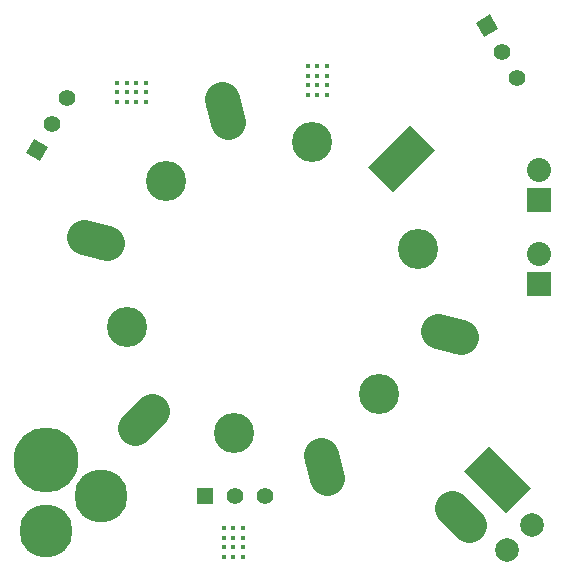
<source format=gbs>
%FSLAX46Y46*%
G04 Gerber Fmt 4.6, Leading zero omitted, Abs format (unit mm)*
G04 Created by KiCad (PCBNEW (2014-jan-25)-product) date Mon 28 Jul 2014 16:56:47 BST*
%MOMM*%
G01*
G04 APERTURE LIST*
%ADD10C,0.100000*%
%ADD11C,0.400000*%
%ADD12C,3.000000*%
%ADD13C,3.400000*%
%ADD14C,1.397000*%
%ADD15R,1.397000X1.397000*%
%ADD16C,5.500000*%
%ADD17C,4.500000*%
%ADD18R,2.032000X2.032000*%
%ADD19O,2.032000X2.032000*%
%ADD20C,2.000000*%
G04 APERTURE END LIST*
D10*
D11*
X114230000Y-109258000D03*
X114230000Y-108458000D03*
X114230000Y-107658000D03*
X113430000Y-107658000D03*
X113430000Y-108458000D03*
X113430000Y-109258000D03*
X112630000Y-109258000D03*
X112630000Y-108458000D03*
X112630000Y-107658000D03*
X111830000Y-107658000D03*
X111830000Y-108458000D03*
X111830000Y-109258000D03*
X129578000Y-106242000D03*
X128778000Y-106242000D03*
X127978000Y-106242000D03*
X127978000Y-107042000D03*
X128778000Y-107042000D03*
X129578000Y-107042000D03*
X129578000Y-107842000D03*
X128778000Y-107842000D03*
X127978000Y-107842000D03*
X127978000Y-108642000D03*
X128778000Y-108642000D03*
X129578000Y-108642000D03*
X122466000Y-145358000D03*
X121666000Y-145358000D03*
X120866000Y-145358000D03*
X120866000Y-146158000D03*
X121666000Y-146158000D03*
X122466000Y-146158000D03*
X122466000Y-146958000D03*
X121666000Y-146958000D03*
X120866000Y-146958000D03*
X120866000Y-147758000D03*
X121666000Y-147758000D03*
X122466000Y-147758000D03*
D10*
G36*
X133093573Y-114785107D02*
X136629107Y-111249573D01*
X138750427Y-113370893D01*
X135214893Y-116906427D01*
X133093573Y-114785107D01*
X133093573Y-114785107D01*
G37*
D12*
X120677181Y-109048074D02*
X121194819Y-110979926D01*
X109048074Y-120677181D02*
X110979926Y-121194819D01*
X114785107Y-135468893D02*
X113370893Y-136883107D01*
X129059181Y-139147074D02*
X129576819Y-141078926D01*
X139020074Y-128678181D02*
X140951926Y-129195819D01*
D13*
X128302000Y-112681000D03*
X137319000Y-121698000D03*
X134017000Y-134017000D03*
X121698000Y-137319000D03*
X112681000Y-128302000D03*
X115983000Y-115983000D03*
D10*
G36*
X105275669Y-114301874D02*
X104065831Y-113603374D01*
X104764331Y-112393536D01*
X105974169Y-113092036D01*
X105275669Y-114301874D01*
X105275669Y-114301874D01*
G37*
D14*
X106290000Y-111148000D03*
X107560000Y-108948295D03*
D10*
G36*
X142165831Y-102544626D02*
X143375669Y-101846126D01*
X144074169Y-103055964D01*
X142864331Y-103754464D01*
X142165831Y-102544626D01*
X142165831Y-102544626D01*
G37*
D14*
X144390000Y-105000000D03*
X145660000Y-107199705D03*
D15*
X119244000Y-142644000D03*
D14*
X121784000Y-142644000D03*
X124324000Y-142644000D03*
D16*
X105791000Y-139595860D03*
D17*
X105791000Y-145595340D03*
X110490000Y-142595600D03*
D18*
X147574000Y-124714000D03*
D19*
X147574000Y-122174000D03*
D18*
X147574000Y-117602000D03*
D19*
X147574000Y-115062000D03*
D10*
G36*
X143313537Y-138392929D02*
X146849071Y-141928463D01*
X144727751Y-144049783D01*
X141192217Y-140514249D01*
X143313537Y-138392929D01*
X143313537Y-138392929D01*
G37*
D12*
X141584661Y-145071553D02*
X140170447Y-143657339D01*
D20*
X146984128Y-145082867D03*
X144828867Y-147238128D03*
M02*

</source>
